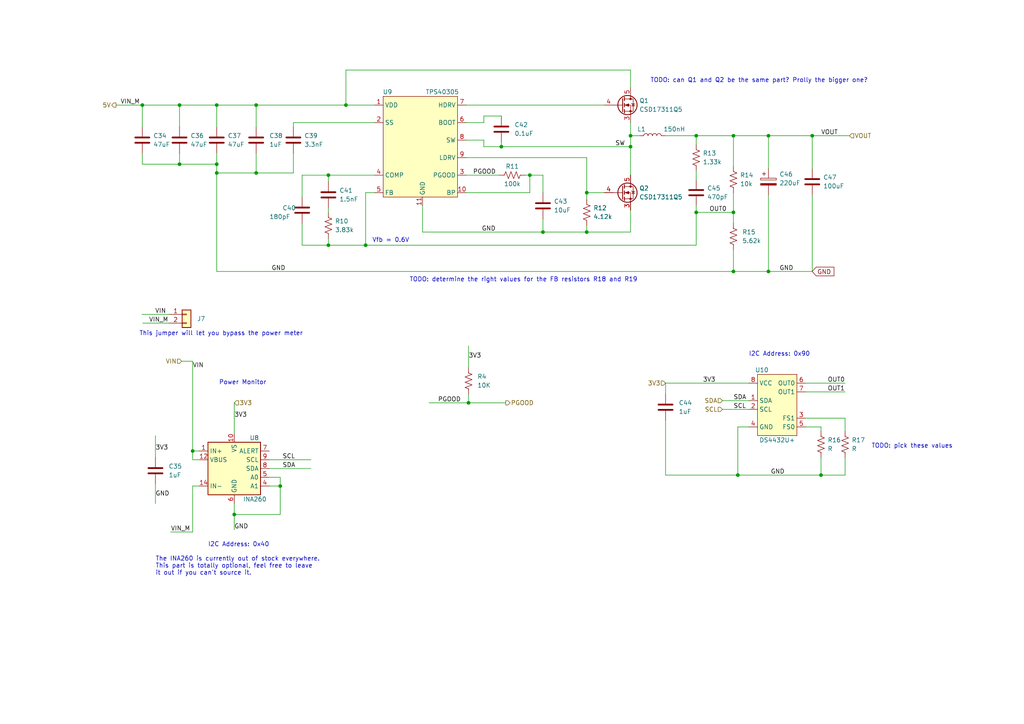
<source format=kicad_sch>
(kicad_sch (version 20211123) (generator eeschema)
  (paper "A4")
  (lib_symbols
    (symbol "Connector_Generic:Conn_01x02" (pin_names (offset 1.016) hide)
      (property "Reference" "J" (at 0 2.54 0))
      (property "Value" "Conn_01x02" (at 0 -5.08 0))
      (symbol "Conn_01x02_1_1"
        (rectangle (start -1.27 -2.413) (end 0 -2.667) (stroke (width 0.1524)))
        (rectangle (start -1.27 0.127) (end 0 -0.127) (stroke (width 0.1524)))
        (rectangle (start -1.27 1.27) (end 1.27 -3.81) (stroke (width 0.254)) (fill (type background)))
        (pin passive line (at -5.08 0 0) (length 3.81) (name "Pin_1") (number "1"))
        (pin passive line (at -5.08 -2.54 0) (length 3.81) (name "Pin_2") (number "2"))
      )
    )
    (symbol "Device:C" (pin_numbers hide) (pin_names (offset 0.254))
      (property "Reference" "C" (at 0.635 2.54 0))
      (property "Value" "C" (at 0.635 -2.54 0))
      (symbol "C_0_1"
        (polyline (pts (xy -2.032 -0.762) (xy 2.032 -0.762)) (stroke (width 0.508)))
        (polyline (pts (xy -2.032 0.762) (xy 2.032 0.762)) (stroke (width 0.508)))
      )
      (symbol "C_1_1"
        (pin passive line (at 0 3.81 270) (length 2.794) (name "~") (number "1"))
        (pin passive line (at 0 -3.81 90) (length 2.794) (name "~") (number "2"))
      )
    )
    (symbol "Device:C_Polarized" (pin_numbers hide) (pin_names (offset 0.254))
      (property "Reference" "C" (at 0.635 2.54 0))
      (property "Value" "C_Polarized" (at 0.635 -2.54 0))
      (symbol "C_Polarized_0_1"
        (rectangle (start -2.286 0.508) (end 2.286 1.016))
        (polyline (pts (xy -1.778 2.286) (xy -0.762 2.286)))
        (polyline (pts (xy -1.27 2.794) (xy -1.27 1.778)))
        (rectangle (start 2.286 -0.508) (end -2.286 -1.016) (fill (type outline)))
      )
      (symbol "C_Polarized_1_1"
        (pin passive line (at 0 3.81 270) (length 2.794) (name "~") (number "1"))
        (pin passive line (at 0 -3.81 90) (length 2.794) (name "~") (number "2"))
      )
    )
    (symbol "Device:L" (pin_numbers hide) (pin_names (offset 1.016) hide)
      (property "Reference" "L" (at -1.27 0 90))
      (property "Value" "L" (at 1.905 0 90))
      (symbol "L_0_1"
        (arc (start 0 -2.54) (mid 0.635 -1.905) (end 0 -1.27))
        (arc (start 0 -1.27) (mid 0.635 -0.635) (end 0 0))
        (arc (start 0 0) (mid 0.635 0.635) (end 0 1.27))
        (arc (start 0 1.27) (mid 0.635 1.905) (end 0 2.54))
      )
      (symbol "L_1_1"
        (pin passive line (at 0 3.81 270) (length 1.27) (name "1") (number "1"))
        (pin passive line (at 0 -3.81 90) (length 1.27) (name "2") (number "2"))
      )
    )
    (symbol "Device:R_US" (pin_numbers hide) (pin_names (offset 0))
      (property "Reference" "R" (at 2.54 0 90))
      (property "Value" "R_US" (at -2.54 0 90))
      (symbol "R_US_0_1"
        (polyline (pts (xy 0 -2.286) (xy 0 -2.54)))
        (polyline (pts (xy 0 2.286) (xy 0 2.54)))
        (polyline (pts (xy 0 -0.762) (xy 1.016 -1.143) (xy 0 -1.524) (xy -1.016 -1.905) (xy 0 -2.286)))
        (polyline (pts (xy 0 0.762) (xy 1.016 0.381) (xy 0 0) (xy -1.016 -0.381) (xy 0 -0.762)))
        (polyline (pts (xy 0 2.286) (xy 1.016 1.905) (xy 0 1.524) (xy -1.016 1.143) (xy 0 0.762)))
      )
      (symbol "R_US_1_1"
        (pin passive line (at 0 3.81 270) (length 1.27) (name "~") (number "1"))
        (pin passive line (at 0 -3.81 90) (length 1.27) (name "~") (number "2"))
      )
    )
    (symbol "Q_NMOS_CSD17311Q5_1" (pin_names (offset 0) hide)
      (property "Reference" "Q" (at 5.08 1.27 0))
      (property "Value" "Q_NMOS_CSD17311Q5_1" (at 5.08 -1.27 0))
      (symbol "Q_NMOS_CSD17311Q5_1_0_1"
        (polyline (pts (xy 0.254 0) (xy -2.54 0)))
        (polyline (pts (xy 0.254 1.905) (xy 0.254 -1.905)) (stroke (width 0.254)))
        (polyline (pts (xy 0.762 -1.27) (xy 0.762 -2.286)) (stroke (width 0.254)))
        (polyline (pts (xy 0.762 0.508) (xy 0.762 -0.508)) (stroke (width 0.254)))
        (polyline (pts (xy 0.762 2.286) (xy 0.762 1.27)) (stroke (width 0.254)))
        (polyline (pts (xy 2.54 2.54) (xy 2.54 1.778)))
        (polyline (pts (xy 2.54 -2.54) (xy 2.54 0) (xy 0.762 0)))
        (polyline (pts (xy 0.762 -1.778) (xy 3.302 -1.778) (xy 3.302 1.778) (xy 0.762 1.778)))
        (polyline (pts (xy 1.016 0) (xy 2.032 0.381) (xy 2.032 -0.381) (xy 1.016 0)) (fill (type outline)))
        (polyline (pts (xy 2.794 0.508) (xy 2.921 0.381) (xy 3.683 0.381) (xy 3.81 0.254)))
        (polyline (pts (xy 3.302 0.381) (xy 2.921 -0.254) (xy 3.683 -0.254) (xy 3.302 0.381)))
        (circle (center 1.651 0) (radius 2.794) (stroke (width 0.254)))
        (circle (center 2.54 -1.778) (radius 0.254) (fill (type outline)))
        (circle (center 2.54 1.778) (radius 0.254) (fill (type outline)))
      )
      (symbol "Q_NMOS_CSD17311Q5_1_1_1"
        (pin passive line (at 2.54 -5.08 90) (length 2.54) hide (name "") (number "1"))
        (pin passive line (at 2.54 -5.08 90) (length 2.54) hide (name "") (number "2"))
        (pin passive line (at 2.54 -5.08 90) (length 2.54) (name "S") (number "3"))
        (pin input line (at -5.08 0 0) (length 2.54) (name "G") (number "4"))
        (pin passive line (at 2.54 5.08 270) (length 2.54) (name "D") (number "5"))
      )
    )
    (symbol "Sensor:INA260"
      (property "Reference" "U" (at -6.35 8.89 0))
      (property "Value" "INA260" (at 2.54 8.89 0))
      (symbol "INA260_0_1"
        (rectangle (start -7.62 7.62) (end 7.62 -7.62) (stroke (width 0.254)) (fill (type background)))
      )
      (symbol "INA260_1_1"
        (pin passive line (at -10.16 5.08 0) (length 2.54) (name "IN+") (number "1"))
        (pin power_in line (at 0 10.16 270) (length 2.54) (name "VS") (number "10"))
        (pin passive line (at 0 -10.16 90) (length 2.54) hide (name "GND") (number "11"))
        (pin passive line (at -10.16 2.54 0) (length 2.54) (name "VBUS") (number "12"))
        (pin no_connect line (at 2.54 -7.62 90) (length 2.54) hide (name "NC") (number "13"))
        (pin passive line (at -10.16 -5.08 0) (length 2.54) (name "IN-") (number "14"))
        (pin passive line (at -10.16 -5.08 0) (length 2.54) hide (name "IN-") (number "15"))
        (pin passive line (at -10.16 -5.08 0) (length 2.54) hide (name "IN-") (number "16"))
        (pin passive line (at -10.16 5.08 0) (length 2.54) hide (name "IN+") (number "2"))
        (pin passive line (at -10.16 5.08 0) (length 2.54) hide (name "IN+") (number "3"))
        (pin input line (at 10.16 -5.08 180) (length 2.54) (name "A1") (number "4"))
        (pin input line (at 10.16 -2.54 180) (length 2.54) (name "A0") (number "5"))
        (pin power_in line (at 0 -10.16 90) (length 2.54) (name "GND") (number "6"))
        (pin open_collector line (at 10.16 5.08 180) (length 2.54) (name "ALERT") (number "7"))
        (pin bidirectional line (at 10.16 0 180) (length 2.54) (name "SDA") (number "8"))
        (pin input line (at 10.16 2.54 180) (length 2.54) (name "SCL") (number "9"))
      )
    )
    (symbol "TPS40305:DS4432U+"
      (property "Reference" "U" (at 3.81 10.16 0))
      (property "Value" "DS4432U+" (at -1.27 -10.16 0))
      (symbol "DS4432U+_0_1"
        (rectangle (start -6.35 8.89) (end 5.08 -8.89) (stroke (width 0.1524)) (fill (type background)))
      )
      (symbol "DS4432U+_1_1"
        (pin input line (at -8.89 1.27 0) (length 2.54) (name "SDA") (number "1"))
        (pin input line (at -8.89 -1.27 0) (length 2.54) (name "SCL") (number "2"))
        (pin input line (at 7.62 -3.81 180) (length 2.54) (name "FS1") (number "3"))
        (pin power_in line (at -8.89 -6.35 0) (length 2.54) (name "GND") (number "4"))
        (pin input line (at 7.62 -6.35 180) (length 2.54) (name "FS0") (number "5"))
        (pin output line (at 7.62 6.35 180) (length 2.54) (name "OUT0") (number "6"))
        (pin output line (at 7.62 3.81 180) (length 2.54) (name "OUT1") (number "7"))
        (pin power_in line (at -8.89 6.35 0) (length 2.54) (name "VCC") (number "8"))
      )
    )
    (symbol "TPS40305:TPS40305"
      (property "Reference" "U" (at 10.16 16.51 0))
      (property "Value" "TPS40305" (at -7.62 16.51 0))
      (symbol "TPS40305_0_1"
        (rectangle (start -11.43 15.24) (end 10.16 -13.97) (stroke (width 0.1524)) (fill (type background)))
      )
      (symbol "TPS40305_1_1"
        (pin input line (at -13.97 12.7 0) (length 2.54) (name "VDD") (number "1"))
        (pin input line (at 12.7 -12.7 180) (length 2.54) (name "BP") (number "10"))
        (pin input line (at 0 -16.51 90) (length 2.54) (name "GND") (number "11"))
        (pin input line (at -13.97 7.62 0) (length 2.54) (name "SS") (number "2"))
        (pin input line (at 12.7 -7.62 180) (length 2.54) (name "PGOOD") (number "3"))
        (pin input line (at -13.97 -7.62 0) (length 2.54) (name "COMP") (number "4"))
        (pin input line (at -13.97 -12.7 0) (length 2.54) (name "FB") (number "5"))
        (pin input line (at 12.7 7.62 180) (length 2.54) (name "BOOT") (number "6"))
        (pin input line (at 12.7 12.7 180) (length 2.54) (name "HDRV") (number "7"))
        (pin input line (at 12.7 2.54 180) (length 2.54) (name "SW") (number "8"))
        (pin input line (at 12.7 -2.54 180) (length 2.54) (name "LDRV") (number "9"))
      )
    )
  )
  (junction (at 135.89 116.84))
  (junction (at 62.865 50.165))
  (junction (at 201.93 61.595))
  (junction (at 62.865 47.625))
  (junction (at 238.125 137.795))
  (junction (at 153.67 50.8))
  (junction (at 213.995 137.795))
  (junction (at 41.275 30.48))
  (junction (at 145.415 42.545))
  (junction (at 182.88 42.545))
  (junction (at 212.725 78.74))
  (junction (at 95.25 50.8))
  (junction (at 182.88 39.37))
  (junction (at 170.18 55.88))
  (junction (at 222.885 78.74))
  (junction (at 212.725 39.37))
  (junction (at 52.07 47.625))
  (junction (at 74.295 30.48))
  (junction (at 100.33 30.48))
  (junction (at 106.045 71.12))
  (junction (at 67.945 149.225))
  (junction (at 52.07 30.48))
  (junction (at 222.885 39.37))
  (junction (at 212.725 61.595))
  (junction (at 81.28 140.97))
  (junction (at 157.48 67.31))
  (junction (at 62.865 30.48))
  (junction (at 74.295 50.165))
  (junction (at 235.585 39.37))
  (junction (at 55.88 130.81))
  (junction (at 201.93 39.37))
  (junction (at 95.25 71.12))
  (junction (at 170.18 67.31))
  (wire (pts (xy 245.11 137.795) (xy 238.125 137.795)))
  (wire (pts (xy 235.585 39.37) (xy 222.885 39.37)))
  (wire (pts (xy 193.04 111.125) (xy 217.17 111.125)))
  (wire (pts (xy 157.48 63.5) (xy 157.48 67.31)))
  (wire (pts (xy 41.275 30.48) (xy 52.07 30.48)))
  (wire (pts (xy 108.585 50.8) (xy 95.25 50.8)))
  (wire (pts (xy 182.88 35.56) (xy 182.88 39.37)))
  (wire (pts (xy 235.585 48.895) (xy 235.585 39.37)))
  (wire (pts (xy 170.18 55.88) (xy 175.26 55.88)))
  (wire (pts (xy 67.945 116.84) (xy 67.945 125.73)))
  (wire (pts (xy 95.25 60.325) (xy 95.25 61.595)))
  (wire (pts (xy 74.295 44.45) (xy 74.295 50.165)))
  (wire (pts (xy 212.725 55.88) (xy 212.725 61.595)))
  (wire (pts (xy 170.18 45.72) (xy 170.18 55.88)))
  (wire (pts (xy 55.88 130.81) (xy 55.88 104.775)))
  (wire (pts (xy 52.07 44.45) (xy 52.07 47.625)))
  (wire (pts (xy 170.18 67.31) (xy 170.18 65.405)))
  (wire (pts (xy 233.68 113.665) (xy 245.11 113.665)))
  (wire (pts (xy 85.09 44.45) (xy 85.09 50.165)))
  (wire (pts (xy 245.11 132.715) (xy 245.11 137.795)))
  (wire (pts (xy 182.88 20.32) (xy 100.33 20.32)))
  (wire (pts (xy 193.04 114.3) (xy 193.04 111.125)))
  (wire (pts (xy 201.93 39.37) (xy 201.93 41.91)))
  (wire (pts (xy 57.785 133.35) (xy 55.88 133.35)))
  (wire (pts (xy 52.07 47.625) (xy 62.865 47.625)))
  (wire (pts (xy 235.585 39.37) (xy 246.38 39.37)))
  (wire (pts (xy 55.88 140.97) (xy 55.88 154.305)))
  (wire (pts (xy 124.46 116.84) (xy 135.89 116.84)))
  (wire (pts (xy 87.63 71.12) (xy 87.63 64.77)))
  (wire (pts (xy 87.63 50.8) (xy 87.63 57.15)))
  (wire (pts (xy 49.53 154.305) (xy 55.88 154.305)))
  (wire (pts (xy 209.55 116.205) (xy 217.17 116.205)))
  (wire (pts (xy 62.865 50.165) (xy 74.295 50.165)))
  (wire (pts (xy 78.105 138.43) (xy 81.28 138.43)))
  (wire (pts (xy 122.555 67.31) (xy 157.48 67.31)))
  (wire (pts (xy 81.28 149.225) (xy 67.945 149.225)))
  (wire (pts (xy 213.995 123.825) (xy 217.17 123.825)))
  (wire (pts (xy 62.865 78.74) (xy 212.725 78.74)))
  (wire (pts (xy 201.93 49.53) (xy 201.93 52.07)))
  (wire (pts (xy 57.785 130.81) (xy 55.88 130.81)))
  (wire (pts (xy 74.295 30.48) (xy 74.295 36.83)))
  (wire (pts (xy 95.25 69.215) (xy 95.25 71.12)))
  (wire (pts (xy 233.68 121.285) (xy 245.11 121.285)))
  (wire (pts (xy 212.725 72.39) (xy 212.725 78.74)))
  (wire (pts (xy 41.402 93.726) (xy 49.022 93.726)))
  (wire (pts (xy 157.48 67.31) (xy 170.18 67.31)))
  (wire (pts (xy 238.125 132.715) (xy 238.125 137.795)))
  (wire (pts (xy 153.67 55.88) (xy 153.67 50.8)))
  (wire (pts (xy 222.885 39.37) (xy 222.885 48.895)))
  (wire (pts (xy 212.725 61.595) (xy 212.725 64.77)))
  (wire (pts (xy 140.335 40.64) (xy 140.335 42.545)))
  (wire (pts (xy 182.88 60.96) (xy 182.88 67.31)))
  (wire (pts (xy 81.28 138.43) (xy 81.28 140.97)))
  (wire (pts (xy 135.255 45.72) (xy 170.18 45.72)))
  (wire (pts (xy 135.255 40.64) (xy 140.335 40.64)))
  (wire (pts (xy 41.275 47.625) (xy 52.07 47.625)))
  (wire (pts (xy 233.68 111.125) (xy 245.11 111.125)))
  (wire (pts (xy 135.255 55.88) (xy 153.67 55.88)))
  (wire (pts (xy 41.275 36.83) (xy 41.275 30.48)))
  (wire (pts (xy 222.885 56.515) (xy 222.885 78.74)))
  (wire (pts (xy 62.865 30.48) (xy 62.865 36.83)))
  (wire (pts (xy 152.4 50.8) (xy 153.67 50.8)))
  (wire (pts (xy 52.07 30.48) (xy 62.865 30.48)))
  (wire (pts (xy 213.995 137.795) (xy 213.995 123.825)))
  (wire (pts (xy 45.085 140.335) (xy 45.085 146.05)))
  (wire (pts (xy 140.335 42.545) (xy 145.415 42.545)))
  (wire (pts (xy 222.885 39.37) (xy 212.725 39.37)))
  (wire (pts (xy 100.33 20.32) (xy 100.33 30.48)))
  (wire (pts (xy 182.88 67.31) (xy 170.18 67.31)))
  (wire (pts (xy 67.945 149.225) (xy 67.945 153.67)))
  (wire (pts (xy 233.68 123.825) (xy 238.125 123.825)))
  (wire (pts (xy 135.89 116.84) (xy 146.685 116.84)))
  (wire (pts (xy 170.18 55.88) (xy 170.18 57.785)))
  (wire (pts (xy 182.88 42.545) (xy 182.88 50.8)))
  (wire (pts (xy 95.25 71.12) (xy 87.63 71.12)))
  (wire (pts (xy 62.865 30.48) (xy 74.295 30.48)))
  (wire (pts (xy 222.885 78.74) (xy 235.585 78.74)))
  (wire (pts (xy 193.04 137.795) (xy 213.995 137.795)))
  (wire (pts (xy 78.105 140.97) (xy 81.28 140.97)))
  (wire (pts (xy 67.945 146.05) (xy 67.945 149.225)))
  (wire (pts (xy 135.255 50.8) (xy 144.78 50.8)))
  (wire (pts (xy 106.045 71.12) (xy 95.25 71.12)))
  (wire (pts (xy 157.48 50.8) (xy 157.48 55.88)))
  (wire (pts (xy 52.07 30.48) (xy 52.07 36.83)))
  (wire (pts (xy 135.89 114.3) (xy 135.89 116.84)))
  (wire (pts (xy 62.865 47.625) (xy 62.865 50.165)))
  (wire (pts (xy 145.415 42.545) (xy 182.88 42.545)))
  (wire (pts (xy 182.88 25.4) (xy 182.88 20.32)))
  (wire (pts (xy 62.865 50.165) (xy 62.865 78.74)))
  (wire (pts (xy 245.11 121.285) (xy 245.11 125.095)))
  (wire (pts (xy 41.275 44.45) (xy 41.275 47.625)))
  (wire (pts (xy 62.865 44.45) (xy 62.865 47.625)))
  (wire (pts (xy 122.555 59.69) (xy 122.555 67.31)))
  (wire (pts (xy 212.725 78.74) (xy 222.885 78.74)))
  (wire (pts (xy 193.04 39.37) (xy 201.93 39.37)))
  (wire (pts (xy 209.55 118.745) (xy 217.17 118.745)))
  (wire (pts (xy 108.585 55.88) (xy 106.045 55.88)))
  (wire (pts (xy 108.585 35.56) (xy 85.09 35.56)))
  (wire (pts (xy 57.785 140.97) (xy 55.88 140.97)))
  (wire (pts (xy 201.93 39.37) (xy 212.725 39.37)))
  (wire (pts (xy 153.67 50.8) (xy 157.48 50.8)))
  (wire (pts (xy 140.335 35.56) (xy 140.335 33.655)))
  (wire (pts (xy 201.93 59.69) (xy 201.93 61.595)))
  (wire (pts (xy 41.148 91.186) (xy 49.022 91.186)))
  (wire (pts (xy 235.585 56.515) (xy 235.585 78.74)))
  (wire (pts (xy 201.93 71.12) (xy 106.045 71.12)))
  (wire (pts (xy 95.25 50.8) (xy 87.63 50.8)))
  (wire (pts (xy 74.295 30.48) (xy 100.33 30.48)))
  (wire (pts (xy 140.335 33.655) (xy 145.415 33.655)))
  (wire (pts (xy 145.415 41.275) (xy 145.415 42.545)))
  (wire (pts (xy 45.085 126.365) (xy 45.085 132.715)))
  (wire (pts (xy 135.255 30.48) (xy 175.26 30.48)))
  (wire (pts (xy 55.88 133.35) (xy 55.88 130.81)))
  (wire (pts (xy 100.33 30.48) (xy 108.585 30.48)))
  (wire (pts (xy 85.09 35.56) (xy 85.09 36.83)))
  (wire (pts (xy 212.725 39.37) (xy 212.725 48.26)))
  (wire (pts (xy 182.88 39.37) (xy 185.42 39.37)))
  (wire (pts (xy 135.89 100.33) (xy 135.89 106.68)))
  (wire (pts (xy 238.125 123.825) (xy 238.125 125.095)))
  (wire (pts (xy 201.93 61.595) (xy 201.93 71.12)))
  (wire (pts (xy 135.255 35.56) (xy 140.335 35.56)))
  (wire (pts (xy 78.105 133.35) (xy 90.17 133.35)))
  (wire (pts (xy 81.28 140.97) (xy 81.28 149.225)))
  (wire (pts (xy 106.045 55.88) (xy 106.045 71.12)))
  (wire (pts (xy 182.88 39.37) (xy 182.88 42.545)))
  (wire (pts (xy 238.125 137.795) (xy 213.995 137.795)))
  (wire (pts (xy 193.04 121.92) (xy 193.04 137.795)))
  (wire (pts (xy 52.705 104.775) (xy 55.88 104.775)))
  (wire (pts (xy 33.655 30.48) (xy 41.275 30.48)))
  (wire (pts (xy 78.105 135.89) (xy 90.17 135.89)))
  (wire (pts (xy 74.295 50.165) (xy 85.09 50.165)))
  (wire (pts (xy 201.93 61.595) (xy 212.725 61.595)))
  (wire (pts (xy 95.25 50.8) (xy 95.25 52.705)))
  (text "I2C Address: 0x90" (at 217.17 103.505 0) (effects (font (size 1.27 1.27)) (justify left bottom)))
  (text "The INA260 is currently out of stock everywhere.\nThis part is totally optional, feel free to leave \nit out if you can't source it." (at 45.085 167.005 0) (effects (font (size 1.27 1.27)) (justify left bottom)))
  (text "Power Monitor" (at 63.5 111.76 0) (effects (font (size 1.27 1.27)) (justify left bottom)))
  (text "TODO: determine the right values for the FB resistors R18 and R19" (at 118.745 81.915 0) (effects (font (size 1.27 1.27)) (justify left bottom)))
  (text "TODO: pick these values" (at 252.73 130.175 0) (effects (font (size 1.27 1.27)) (justify left bottom)))
  (text "I2C Address: 0x40" (at 60.325 158.75 0) (effects (font (size 1.27 1.27)) (justify left bottom)))
  (text "Vfb = 0.6V" (at 107.95 70.485 0) (effects (font (size 1.27 1.27)) (justify left bottom)))
  (text "TODO: can Q1 and Q2 be the same part? Prolly the bigger one?" (at 188.595 24.13 0) (effects (font (size 1.27 1.27)) (justify left bottom)))
  (text "This jumper will let you bypass the power meter" (at 40.386 97.536 0) (effects (font (size 1.27 1.27)) (justify left bottom)))
  (label "3V3" (at 203.835 111.125 0))
  (label "SDA" (at 212.725 116.205 0))
  (label "VIN_M" (at 34.925 30.48 0))
  (label "GND" (at 226.06 78.74 0))
  (label "VIN_M" (at 49.53 154.305 0))
  (label "GND" (at 78.74 78.74 0))
  (label "VIN" (at 44.958 91.186 0))
  (label "GND" (at 67.945 153.67 0))
  (label "3V3" (at 67.945 121.285 0))
  (label "PGOOD" (at 137.16 50.8 0))
  (label "GND" (at 45.085 144.145 0))
  (label "SCL" (at 81.915 133.35 0))
  (label "VOUT" (at 238.125 39.37 0))
  (label "3V3" (at 45.085 130.81 0))
  (label "OUT1" (at 240.03 113.665 0))
  (label "SCL" (at 212.725 118.745 0))
  (label "SDA" (at 81.915 135.89 0))
  (label "OUT0" (at 205.74 61.595 0))
  (label "OUT0" (at 240.03 111.125 0))
  (label "GND" (at 223.52 137.795 0))
  (label "VIN_M" (at 43.18 93.726 0))
  (label "3V3" (at 135.89 104.14 0))
  (label "PGOOD" (at 127 116.84 0))
  (label "SW" (at 178.435 42.545 0))
  (label "GND" (at 139.7 67.31 0))
  (label "VIN" (at 55.88 106.934 0))
  (global_label "GND" (shape input) (at 235.585 78.74 0) (property "Intersheet References" "${INTERSHEET_REFS}" (effects hide)))
  (hierarchical_label "SDA" (shape input) (at 209.55 116.205 180))
  (hierarchical_label "5V" (shape output) (at 33.655 30.48 180))
  (hierarchical_label "SCL" (shape input) (at 209.55 118.745 180))
  (hierarchical_label "3V3" (shape input) (at 67.945 116.84 0))
  (hierarchical_label "VOUT" (shape input) (at 246.38 39.37 0))
  (hierarchical_label "VIN" (shape input) (at 52.705 104.775 180))
  (hierarchical_label "3V3" (shape input) (at 193.04 111.125 180))
  (hierarchical_label "PGOOD" (shape output) (at 146.685 116.84 0))
  (symbol (lib_id "Device:C") (at 157.48 59.69 0) (unit 1)
    (property "Reference" "C43" (at 160.655 58.4199 0) (effects (justify left)))
    (property "Value" "10uF" (at 160.655 60.9599 0) (effects (justify left)))
    (property "Footprint" "Capacitor_SMD:C_0805_2012Metric" (effects hide))
    (property "DK" "1276-1096-1-ND" (effects hide))
  )
  (symbol (lib_id "Device:R_US") (at 212.725 52.07 0) (unit 1)
    (property "Reference" "R14" (at 214.63 50.7999 0) (effects (justify left)))
    (property "Value" "10k" (at 214.63 53.3399 0) (effects (justify left)))
    (property "Footprint" "Resistor_SMD:R_0402_1005Metric" (effects hide))
    (property "DK" "311-10KJRCT-ND" (effects hide))
  )
  (symbol (lib_id "Device:C") (at 62.865 40.64 0) (unit 1)
    (property "Reference" "C37" (at 66.04 39.3699 0) (effects (justify left)))
    (property "Value" "47uF" (at 66.04 41.9099 0) (effects (justify left)))
    (property "Footprint" "Capacitor_SMD:C_1210_3225Metric" (effects hide))
    (property "DK" "490-6539-1-ND" (effects hide))
    (property "PARTNO" "GRM32ER61C476KE15L" (effects hide))
  )
  (symbol (lib_id "Device:C_Polarized") (at 222.885 52.705 0) (unit 1)
    (property "Reference" "C46" (at 226.06 50.5459 0) (effects (justify left)))
    (property "Value" "220uF" (at 226.06 53.0859 0) (effects (justify left)))
    (property "Footprint" "TPS40305_supply:CAP_2R5TPE220MAFB" (effects hide))
    (property "Datasheet" "https://media.digikey.com/pdf/Data%20Sheets/Panasonic%20Capacitors%20PDFs/TPE_Series_POSCAP_Rev02_Oct_2017.pdf" (effects hide))
    (property "PARTNO" "2R5TPE220MAFB" (effects hide))
    (property "DK" "P16200CT-ND" (effects hide))
  )
  (symbol (lib_id "TPS40305:TPS40305") (at 122.555 43.18 0) (unit 1)
    (property "Reference" "U9" (at 112.395 26.67 0))
    (property "Value" "TPS40305" (at 128.27 26.67 0))
    (property "Footprint" "TPS40305_supply:TPS40305" (effects hide))
    (property "Datasheet" "https://www.ti.com/lit/ds/symlink/tps40303.pdf" (effects hide))
    (property "DK" "296-37445-1-ND" (effects hide))
    (property "PARTNO" "TPS40305DRCR" (effects hide))
  )
  (symbol (lib_id "Sensor:INA260") (at 67.945 135.89 0) (unit 1)
    (property "Reference" "U8" (at 72.39 127 0) (effects (justify left)))
    (property "Value" "INA260" (at 70.485 144.78 0) (effects (justify left)))
    (property "Footprint" "Package_SO:TSSOP-16_4.4x5mm_P0.65mm" (effects hide))
    (property "Datasheet" "http://www.ti.com/lit/ds/symlink/ina260.pdf" (effects hide))
    (property "PARTNO" "INA260AIPWR" (effects hide))
    (property "DK" "296-47777-1-ND" (effects hide))
  )
  (symbol (lib_id "Device:C") (at 41.275 40.64 0) (unit 1)
    (property "Reference" "C34" (at 44.45 39.3699 0) (effects (justify left)))
    (property "Value" "47uF" (at 44.45 41.9099 0) (effects (justify left)))
    (property "Footprint" "Capacitor_SMD:C_1210_3225Metric" (effects hide))
    (property "DK" "490-6539-1-ND" (effects hide))
    (property "PARTNO" "GRM32ER61C476KE15L" (effects hide))
  )
  (symbol (lib_name "Q_NMOS_CSD17311Q5_1") (lib_id "TPS40305:Q_NMOS_CSD17311Q5") (at 180.34 55.88 0) (unit 1)
    (property "Reference" "Q2" (at 185.42 54.61 0) (effects (justify left)))
    (property "Value" "CSD17311Q5" (at 185.42 57.15 0) (effects (justify left)))
    (property "Footprint" "TPS40305_supply:CSD17311Q5" (effects hide))
    (property "Datasheet" "https://www.ti.com/lit/ds/symlink/csd17311q5.pdf" (effects hide))
    (property "DK" "296-27625-1-ND" (effects hide))
    (property "PARTNO" "CSD17311Q5" (effects hide))
  )
  (symbol (lib_id "Device:C") (at 85.09 40.64 0) (unit 1)
    (property "Reference" "C39" (at 88.265 39.3699 0) (effects (justify left)))
    (property "Value" "3.3nF" (at 88.265 41.9099 0) (effects (justify left)))
    (property "Footprint" "Capacitor_SMD:C_0402_1005Metric" (effects hide))
    (property "DK" "1276-1552-1-ND" (effects hide))
  )
  (symbol (lib_id "Device:C") (at 52.07 40.64 0) (unit 1)
    (property "Reference" "C36" (at 55.245 39.3699 0) (effects (justify left)))
    (property "Value" "47uF" (at 55.245 41.9099 0) (effects (justify left)))
    (property "Footprint" "Capacitor_SMD:C_1210_3225Metric" (effects hide))
    (property "DK" "490-6539-1-ND" (effects hide))
    (property "PARTNO" "GRM32ER61C476KE15L" (effects hide))
  )
  (symbol (lib_id "Device:C") (at 74.295 40.64 0) (unit 1)
    (property "Reference" "C38" (at 78.105 39.3699 0) (effects (justify left)))
    (property "Value" "1uF" (at 78.105 41.9099 0) (effects (justify left)))
    (property "Footprint" "Capacitor_SMD:C_0805_2012Metric" (effects hide))
    (property "DK" "1276-6471-1-ND" (effects hide))
  )
  (symbol (lib_id "TPS40305:DS4432U+") (at 226.06 117.475 0) (unit 1)
    (property "Reference" "U10" (at 220.98 107.315 0))
    (property "Value" "DS4432U+" (at 225.425 127.635 0))
    (property "Footprint" "Package_SO:TSSOP-8_3x3mm_P0.65mm" (effects hide))
    (property "Datasheet" "https://datasheets.maximintegrated.com/en/ds/DS4432.pdf" (effects hide))
    (property "DK" "DS4432U+-ND" (effects hide))
    (property "PARTNO" "DS4432U+" (effects hide))
  )
  (symbol (lib_id "Device:C") (at 235.585 52.705 0) (unit 1)
    (property "Reference" "C47" (at 238.76 51.4349 0) (effects (justify left)))
    (property "Value" "100uF" (at 238.76 53.9749 0) (effects (justify left)))
    (property "Footprint" "Capacitor_SMD:C_1206_3216Metric" (effects hide))
    (property "PARTNO" "C3216X5R0J107M160AB" (effects hide))
    (property "DK" "445-6008-1-ND" (effects hide))
  )
  (symbol (lib_id "Device:C") (at 95.25 56.515 0) (unit 1)
    (property "Reference" "C41" (at 98.425 55.2449 0) (effects (justify left)))
    (property "Value" "1.5nF" (at 98.425 57.7849 0) (effects (justify left)))
    (property "Footprint" "Capacitor_SMD:C_0805_2012Metric" (effects hide))
    (property "DK" "311-1128-1-ND" (effects hide))
  )
  (symbol (lib_id "Device:R_US") (at 212.725 68.58 0) (unit 1)
    (property "Reference" "R15" (at 215.265 67.3099 0) (effects (justify left)))
    (property "Value" "5.62k" (at 215.265 69.8499 0) (effects (justify left)))
    (property "Footprint" "Resistor_SMD:R_0402_1005Metric" (effects hide))
    (property "DK" "RMCF0402FT5K62CT-ND" (effects hide))
  )
  (symbol (lib_id "Device:R_US") (at 148.59 50.8 90) (unit 1)
    (property "Reference" "R11" (at 148.59 48.26 90))
    (property "Value" "100k" (at 148.59 53.34 90))
    (property "Footprint" "Resistor_SMD:R_0402_1005Metric" (effects hide))
    (property "DK" "311-100KJRCT-ND" (effects hide))
  )
  (symbol (lib_id "Device:C") (at 145.415 37.465 0) (unit 1)
    (property "Reference" "C42" (at 149.225 36.1949 0) (effects (justify left)))
    (property "Value" "0.1uF" (at 149.225 38.7349 0) (effects (justify left)))
    (property "Footprint" "Capacitor_SMD:C_0402_1005Metric" (effects hide))
    (property "DK" "1292-1639-1-ND" (effects hide))
  )
  (symbol (lib_id "Connector_Generic:Conn_01x02") (at 54.102 91.186 0) (unit 1)
    (property "Reference" "J7" (at 57.15 92.4559 0) (effects (justify left)))
    (property "Value" "Conn_01x02" (effects hide))
    (property "Footprint" "Connector_PinHeader_2.54mm:PinHeader_1x02_P2.54mm_Vertical" (effects hide))
    (property "DNP" "T" (effects hide))
  )
  (symbol (lib_id "Device:R_US") (at 238.125 128.905 0) (unit 1)
    (property "Reference" "R16" (at 240.03 127.6349 0) (effects (justify left)))
    (property "Value" "R" (at 240.03 130.1749 0) (effects (justify left)))
    (property "Footprint" "Resistor_SMD:R_0402_1005Metric" (effects hide))
  )
  (symbol (lib_id "Device:C") (at 193.04 118.11 0) (unit 1)
    (property "Reference" "C44" (at 196.85 116.8399 0) (effects (justify left)))
    (property "Value" "1uF" (at 196.85 119.3799 0) (effects (justify left)))
    (property "Footprint" "Capacitor_SMD:C_0402_1005Metric" (effects hide))
    (property "DK" "587-5514-1-ND" (effects hide))
  )
  (symbol (lib_id "Device:R_US") (at 201.93 45.72 0) (unit 1)
    (property "Reference" "R13" (at 203.835 44.4499 0) (effects (justify left)))
    (property "Value" "1.33k" (at 203.835 46.9899 0) (effects (justify left)))
    (property "Footprint" "Resistor_SMD:R_0402_1005Metric" (effects hide))
    (property "DK" "311-1.33KLRCT-ND" (effects hide))
  )
  (symbol (lib_id "Device:R_US") (at 95.25 65.405 0) (unit 1)
    (property "Reference" "R10" (at 97.155 64.1349 0) (effects (justify left)))
    (property "Value" "3.83k" (at 97.155 66.6749 0) (effects (justify left)))
    (property "Footprint" "Resistor_SMD:R_0402_1005Metric" (effects hide))
    (property "DK" "311-3.83KLRCT-ND" (effects hide))
  )
  (symbol (lib_name "Q_NMOS_CSD17311Q5_1") (lib_id "TPS40305:Q_NMOS_CSD17311Q5") (at 180.34 30.48 0) (unit 1)
    (property "Reference" "Q1" (at 185.42 29.21 0) (effects (justify left)))
    (property "Value" "CSD17311Q5" (at 185.42 31.75 0) (effects (justify left)))
    (property "Footprint" "TPS40305_supply:CSD17311Q5" (effects hide))
    (property "Datasheet" "https://www.ti.com/lit/ds/symlink/csd17311q5.pdf" (effects hide))
    (property "DK" "296-27625-1-ND" (effects hide))
    (property "PARTNO" "CSD17311Q5" (effects hide))
  )
  (symbol (lib_id "Device:C") (at 201.93 55.88 0) (unit 1)
    (property "Reference" "C45" (at 205.105 54.6099 0) (effects (justify left)))
    (property "Value" "470pF" (at 205.105 57.1499 0) (effects (justify left)))
    (property "Footprint" "Capacitor_SMD:C_0805_2012Metric" (effects hide))
    (property "DK" "1292-1580-1-ND" (effects hide))
  )
  (symbol (lib_id "Device:L") (at 189.23 39.37 90) (unit 1)
    (property "Reference" "L1" (at 186.055 37.465 90))
    (property "Value" "150nH" (at 195.58 37.465 90))
    (property "Footprint" "TPS40305_supply:FP1005R1-R15-R" (effects hide))
    (property "Datasheet" "https://www.eaton.com/content/dam/eaton/products/electronic-components/resources/data-sheet/eaton-fp1005r-high-current-power-inductors-data-sheet.pdf" (effects hide))
    (property "PARTNO" "FP1005R1-R15-R" (effects hide))
    (property "DK" "513-1568-1-ND" (effects hide))
  )
  (symbol (lib_id "Device:R_US") (at 245.11 128.905 0) (unit 1)
    (property "Reference" "R17" (at 247.015 127.6349 0) (effects (justify left)))
    (property "Value" "R" (at 247.015 130.1749 0) (effects (justify left)))
    (property "Footprint" "Resistor_SMD:R_0402_1005Metric" (effects hide))
  )
  (symbol (lib_id "Device:R_US") (at 170.18 61.595 0) (unit 1)
    (property "Reference" "R12" (at 172.085 60.3249 0) (effects (justify left)))
    (property "Value" "4.12k" (at 172.085 62.8649 0) (effects (justify left)))
    (property "Footprint" "Resistor_SMD:R_0402_1005Metric" (effects hide))
    (property "DK" "RMCF0402FT4K12CT-ND" (effects hide))
  )
  (symbol (lib_id "Device:C") (at 45.085 136.525 0) (unit 1)
    (property "Reference" "C35" (at 48.895 135.2549 0) (effects (justify left)))
    (property "Value" "1uF" (at 48.895 137.7949 0) (effects (justify left)))
    (property "Footprint" "Capacitor_SMD:C_0402_1005Metric" (effects hide))
    (property "DK" "587-5514-1-ND" (effects hide))
  )
  (symbol (lib_id "Device:C") (at 87.63 60.96 0) (unit 1)
    (property "Reference" "C40" (at 81.915 60.325 0) (effects (justify left)))
    (property "Value" "180pF" (at 78.105 62.865 0) (effects (justify left)))
    (property "Footprint" "Capacitor_SMD:C_0805_2012Metric" (effects hide))
    (property "DK" "311-1114-1-ND" (effects hide))
  )
  (symbol (lib_id "Device:R_US") (at 135.89 110.49 0) (unit 1)
    (property "Reference" "R4" (at 138.43 109.2199 0) (effects (justify left)))
    (property "Value" "10K" (at 138.43 111.7599 0) (effects (justify left)))
    (property "Footprint" "Resistor_SMD:R_0402_1005Metric" (effects hide))
    (property "DK" "YAG1346CT-ND" (effects hide))
  )
)
</source>
